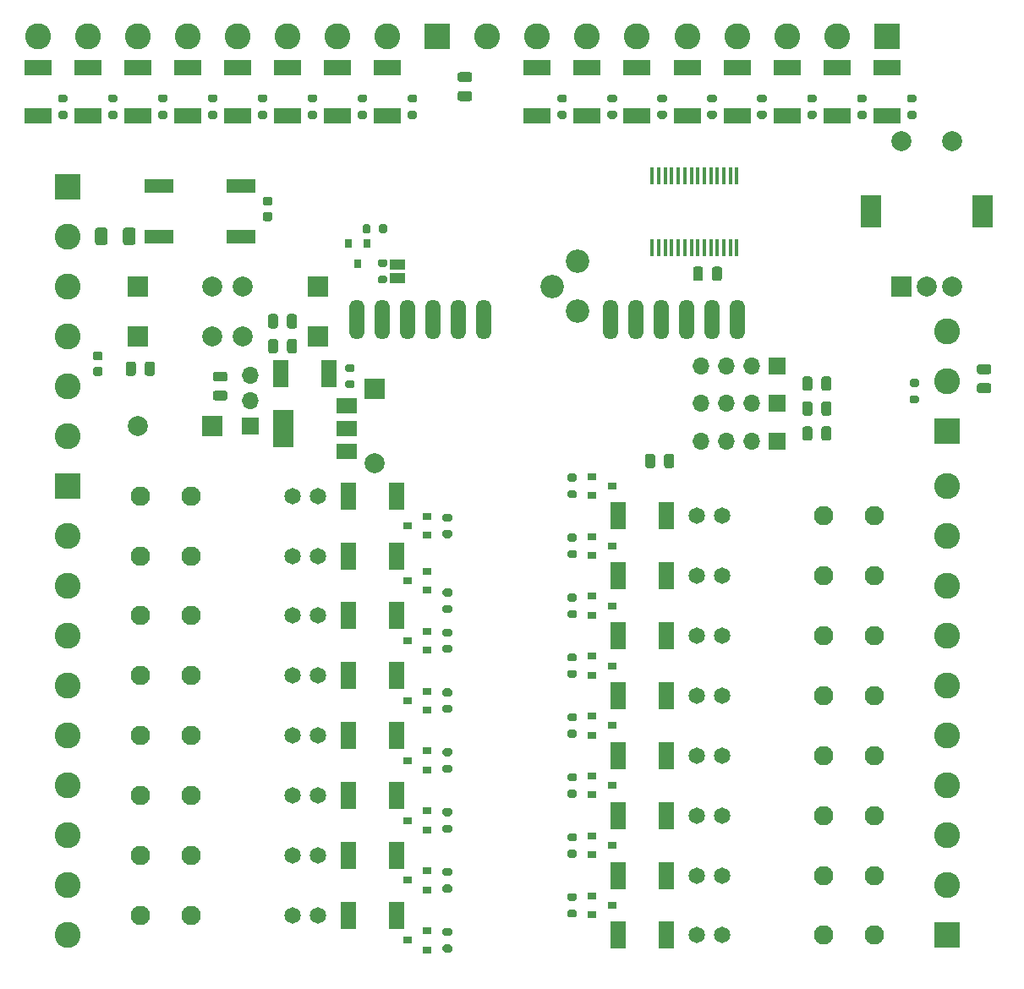
<source format=gbr>
%TF.GenerationSoftware,KiCad,Pcbnew,(5.1.10)-1*%
%TF.CreationDate,2021-06-11T23:30:18+03:00*%
%TF.ProjectId,chiller board,6368696c-6c65-4722-9062-6f6172642e6b,rev?*%
%TF.SameCoordinates,Original*%
%TF.FileFunction,Soldermask,Top*%
%TF.FilePolarity,Negative*%
%FSLAX46Y46*%
G04 Gerber Fmt 4.6, Leading zero omitted, Abs format (unit mm)*
G04 Created by KiCad (PCBNEW (5.1.10)-1) date 2021-06-11 23:30:18*
%MOMM*%
%LPD*%
G01*
G04 APERTURE LIST*
%ADD10R,0.450000X1.750000*%
%ADD11O,1.700000X1.700000*%
%ADD12R,1.700000X1.700000*%
%ADD13C,1.650000*%
%ADD14C,1.950000*%
%ADD15R,2.000000X2.000000*%
%ADD16C,2.000000*%
%ADD17R,2.000000X3.200000*%
%ADD18O,1.501140X4.000500*%
%ADD19R,2.850000X1.350000*%
%ADD20C,2.600000*%
%ADD21R,2.600000X2.600000*%
%ADD22R,1.500000X2.700000*%
%ADD23R,2.700000X1.500000*%
%ADD24R,2.000000X3.800000*%
%ADD25R,2.000000X1.500000*%
%ADD26C,2.340000*%
%ADD27R,0.900000X0.800000*%
%ADD28R,0.800000X0.900000*%
%ADD29R,1.500000X1.000000*%
G04 APERTURE END LIST*
D10*
%TO.C,U1*%
X136775000Y-54650000D03*
X137425000Y-54650000D03*
X138075000Y-54650000D03*
X138725000Y-54650000D03*
X139375000Y-54650000D03*
X140025000Y-54650000D03*
X140675000Y-54650000D03*
X141325000Y-54650000D03*
X141975000Y-54650000D03*
X142625000Y-54650000D03*
X143275000Y-54650000D03*
X143925000Y-54650000D03*
X144575000Y-54650000D03*
X145225000Y-54650000D03*
X145225000Y-61850000D03*
X144575000Y-61850000D03*
X143925000Y-61850000D03*
X143275000Y-61850000D03*
X142625000Y-61850000D03*
X141975000Y-61850000D03*
X141325000Y-61850000D03*
X140675000Y-61850000D03*
X140025000Y-61850000D03*
X139375000Y-61850000D03*
X138725000Y-61850000D03*
X138075000Y-61850000D03*
X137425000Y-61850000D03*
X136775000Y-61850000D03*
%TD*%
D11*
%TO.C,J2*%
X96500000Y-74670000D03*
X96500000Y-77210000D03*
D12*
X96500000Y-79750000D03*
%TD*%
D13*
%TO.C,K1*%
X103250000Y-86750000D03*
X100710000Y-86750000D03*
D14*
X90550000Y-86750000D03*
X85470000Y-86750000D03*
%TD*%
D15*
%TO.C,SW1*%
X161750000Y-65750000D03*
D16*
X164250000Y-65750000D03*
X166750000Y-65750000D03*
D17*
X158650000Y-58250000D03*
X169850000Y-58250000D03*
D16*
X161750000Y-51250000D03*
X166750000Y-51250000D03*
%TD*%
D18*
%TO.C,J1*%
X145251060Y-69050300D03*
X142711060Y-69050300D03*
X140171060Y-69050300D03*
X137631060Y-69050300D03*
X135091060Y-69050300D03*
X132551060Y-69050300D03*
X119851060Y-69050300D03*
X117311060Y-69050300D03*
X114771060Y-69050300D03*
X112231060Y-69050300D03*
X109691060Y-69050300D03*
X107151060Y-69050300D03*
%TD*%
D19*
%TO.C,BR1*%
X95600000Y-55700000D03*
X95600000Y-60800000D03*
X87400000Y-60800000D03*
X87400000Y-55700000D03*
%TD*%
D20*
%TO.C,J13*%
X166250000Y-70250000D03*
X166250000Y-75250000D03*
D21*
X166250000Y-80250000D03*
%TD*%
D20*
%TO.C,J6*%
X78250000Y-80750000D03*
X78250000Y-75750000D03*
X78250000Y-70750000D03*
X78250000Y-65750000D03*
X78250000Y-60750000D03*
D21*
X78250000Y-55750000D03*
%TD*%
D20*
%TO.C,J5*%
X120250000Y-40750000D03*
X125250000Y-40750000D03*
X130250000Y-40750000D03*
X135250000Y-40750000D03*
X140250000Y-40750000D03*
X145250000Y-40750000D03*
X150250000Y-40750000D03*
X155250000Y-40750000D03*
D21*
X160250000Y-40750000D03*
%TD*%
D20*
%TO.C,J3*%
X75250000Y-40750000D03*
X80250000Y-40750000D03*
X85250000Y-40750000D03*
X90250000Y-40750000D03*
X95250000Y-40750000D03*
X100250000Y-40750000D03*
X105250000Y-40750000D03*
X110250000Y-40750000D03*
D21*
X115250000Y-40750000D03*
%TD*%
%TO.C,R49*%
G36*
G01*
X163275000Y-75825000D02*
X162725000Y-75825000D01*
G75*
G02*
X162525000Y-75625000I0J200000D01*
G01*
X162525000Y-75225000D01*
G75*
G02*
X162725000Y-75025000I200000J0D01*
G01*
X163275000Y-75025000D01*
G75*
G02*
X163475000Y-75225000I0J-200000D01*
G01*
X163475000Y-75625000D01*
G75*
G02*
X163275000Y-75825000I-200000J0D01*
G01*
G37*
G36*
G01*
X163275000Y-77475000D02*
X162725000Y-77475000D01*
G75*
G02*
X162525000Y-77275000I0J200000D01*
G01*
X162525000Y-76875000D01*
G75*
G02*
X162725000Y-76675000I200000J0D01*
G01*
X163275000Y-76675000D01*
G75*
G02*
X163475000Y-76875000I0J-200000D01*
G01*
X163475000Y-77275000D01*
G75*
G02*
X163275000Y-77475000I-200000J0D01*
G01*
G37*
%TD*%
%TO.C,R48*%
G36*
G01*
X128475000Y-128175000D02*
X129025000Y-128175000D01*
G75*
G02*
X129225000Y-128375000I0J-200000D01*
G01*
X129225000Y-128775000D01*
G75*
G02*
X129025000Y-128975000I-200000J0D01*
G01*
X128475000Y-128975000D01*
G75*
G02*
X128275000Y-128775000I0J200000D01*
G01*
X128275000Y-128375000D01*
G75*
G02*
X128475000Y-128175000I200000J0D01*
G01*
G37*
G36*
G01*
X128475000Y-126525000D02*
X129025000Y-126525000D01*
G75*
G02*
X129225000Y-126725000I0J-200000D01*
G01*
X129225000Y-127125000D01*
G75*
G02*
X129025000Y-127325000I-200000J0D01*
G01*
X128475000Y-127325000D01*
G75*
G02*
X128275000Y-127125000I0J200000D01*
G01*
X128275000Y-126725000D01*
G75*
G02*
X128475000Y-126525000I200000J0D01*
G01*
G37*
%TD*%
%TO.C,R47*%
G36*
G01*
X128475000Y-122175000D02*
X129025000Y-122175000D01*
G75*
G02*
X129225000Y-122375000I0J-200000D01*
G01*
X129225000Y-122775000D01*
G75*
G02*
X129025000Y-122975000I-200000J0D01*
G01*
X128475000Y-122975000D01*
G75*
G02*
X128275000Y-122775000I0J200000D01*
G01*
X128275000Y-122375000D01*
G75*
G02*
X128475000Y-122175000I200000J0D01*
G01*
G37*
G36*
G01*
X128475000Y-120525000D02*
X129025000Y-120525000D01*
G75*
G02*
X129225000Y-120725000I0J-200000D01*
G01*
X129225000Y-121125000D01*
G75*
G02*
X129025000Y-121325000I-200000J0D01*
G01*
X128475000Y-121325000D01*
G75*
G02*
X128275000Y-121125000I0J200000D01*
G01*
X128275000Y-120725000D01*
G75*
G02*
X128475000Y-120525000I200000J0D01*
G01*
G37*
%TD*%
%TO.C,R46*%
G36*
G01*
X128475000Y-116175000D02*
X129025000Y-116175000D01*
G75*
G02*
X129225000Y-116375000I0J-200000D01*
G01*
X129225000Y-116775000D01*
G75*
G02*
X129025000Y-116975000I-200000J0D01*
G01*
X128475000Y-116975000D01*
G75*
G02*
X128275000Y-116775000I0J200000D01*
G01*
X128275000Y-116375000D01*
G75*
G02*
X128475000Y-116175000I200000J0D01*
G01*
G37*
G36*
G01*
X128475000Y-114525000D02*
X129025000Y-114525000D01*
G75*
G02*
X129225000Y-114725000I0J-200000D01*
G01*
X129225000Y-115125000D01*
G75*
G02*
X129025000Y-115325000I-200000J0D01*
G01*
X128475000Y-115325000D01*
G75*
G02*
X128275000Y-115125000I0J200000D01*
G01*
X128275000Y-114725000D01*
G75*
G02*
X128475000Y-114525000I200000J0D01*
G01*
G37*
%TD*%
%TO.C,R45*%
G36*
G01*
X128475000Y-110175000D02*
X129025000Y-110175000D01*
G75*
G02*
X129225000Y-110375000I0J-200000D01*
G01*
X129225000Y-110775000D01*
G75*
G02*
X129025000Y-110975000I-200000J0D01*
G01*
X128475000Y-110975000D01*
G75*
G02*
X128275000Y-110775000I0J200000D01*
G01*
X128275000Y-110375000D01*
G75*
G02*
X128475000Y-110175000I200000J0D01*
G01*
G37*
G36*
G01*
X128475000Y-108525000D02*
X129025000Y-108525000D01*
G75*
G02*
X129225000Y-108725000I0J-200000D01*
G01*
X129225000Y-109125000D01*
G75*
G02*
X129025000Y-109325000I-200000J0D01*
G01*
X128475000Y-109325000D01*
G75*
G02*
X128275000Y-109125000I0J200000D01*
G01*
X128275000Y-108725000D01*
G75*
G02*
X128475000Y-108525000I200000J0D01*
G01*
G37*
%TD*%
%TO.C,R44*%
G36*
G01*
X128475000Y-104175000D02*
X129025000Y-104175000D01*
G75*
G02*
X129225000Y-104375000I0J-200000D01*
G01*
X129225000Y-104775000D01*
G75*
G02*
X129025000Y-104975000I-200000J0D01*
G01*
X128475000Y-104975000D01*
G75*
G02*
X128275000Y-104775000I0J200000D01*
G01*
X128275000Y-104375000D01*
G75*
G02*
X128475000Y-104175000I200000J0D01*
G01*
G37*
G36*
G01*
X128475000Y-102525000D02*
X129025000Y-102525000D01*
G75*
G02*
X129225000Y-102725000I0J-200000D01*
G01*
X129225000Y-103125000D01*
G75*
G02*
X129025000Y-103325000I-200000J0D01*
G01*
X128475000Y-103325000D01*
G75*
G02*
X128275000Y-103125000I0J200000D01*
G01*
X128275000Y-102725000D01*
G75*
G02*
X128475000Y-102525000I200000J0D01*
G01*
G37*
%TD*%
%TO.C,R43*%
G36*
G01*
X128475000Y-98175000D02*
X129025000Y-98175000D01*
G75*
G02*
X129225000Y-98375000I0J-200000D01*
G01*
X129225000Y-98775000D01*
G75*
G02*
X129025000Y-98975000I-200000J0D01*
G01*
X128475000Y-98975000D01*
G75*
G02*
X128275000Y-98775000I0J200000D01*
G01*
X128275000Y-98375000D01*
G75*
G02*
X128475000Y-98175000I200000J0D01*
G01*
G37*
G36*
G01*
X128475000Y-96525000D02*
X129025000Y-96525000D01*
G75*
G02*
X129225000Y-96725000I0J-200000D01*
G01*
X129225000Y-97125000D01*
G75*
G02*
X129025000Y-97325000I-200000J0D01*
G01*
X128475000Y-97325000D01*
G75*
G02*
X128275000Y-97125000I0J200000D01*
G01*
X128275000Y-96725000D01*
G75*
G02*
X128475000Y-96525000I200000J0D01*
G01*
G37*
%TD*%
%TO.C,R42*%
G36*
G01*
X128475000Y-92175000D02*
X129025000Y-92175000D01*
G75*
G02*
X129225000Y-92375000I0J-200000D01*
G01*
X129225000Y-92775000D01*
G75*
G02*
X129025000Y-92975000I-200000J0D01*
G01*
X128475000Y-92975000D01*
G75*
G02*
X128275000Y-92775000I0J200000D01*
G01*
X128275000Y-92375000D01*
G75*
G02*
X128475000Y-92175000I200000J0D01*
G01*
G37*
G36*
G01*
X128475000Y-90525000D02*
X129025000Y-90525000D01*
G75*
G02*
X129225000Y-90725000I0J-200000D01*
G01*
X129225000Y-91125000D01*
G75*
G02*
X129025000Y-91325000I-200000J0D01*
G01*
X128475000Y-91325000D01*
G75*
G02*
X128275000Y-91125000I0J200000D01*
G01*
X128275000Y-90725000D01*
G75*
G02*
X128475000Y-90525000I200000J0D01*
G01*
G37*
%TD*%
%TO.C,R41*%
G36*
G01*
X128475000Y-86175000D02*
X129025000Y-86175000D01*
G75*
G02*
X129225000Y-86375000I0J-200000D01*
G01*
X129225000Y-86775000D01*
G75*
G02*
X129025000Y-86975000I-200000J0D01*
G01*
X128475000Y-86975000D01*
G75*
G02*
X128275000Y-86775000I0J200000D01*
G01*
X128275000Y-86375000D01*
G75*
G02*
X128475000Y-86175000I200000J0D01*
G01*
G37*
G36*
G01*
X128475000Y-84525000D02*
X129025000Y-84525000D01*
G75*
G02*
X129225000Y-84725000I0J-200000D01*
G01*
X129225000Y-85125000D01*
G75*
G02*
X129025000Y-85325000I-200000J0D01*
G01*
X128475000Y-85325000D01*
G75*
G02*
X128275000Y-85125000I0J200000D01*
G01*
X128275000Y-84725000D01*
G75*
G02*
X128475000Y-84525000I200000J0D01*
G01*
G37*
%TD*%
%TO.C,R40*%
G36*
G01*
X116525000Y-130825000D02*
X115975000Y-130825000D01*
G75*
G02*
X115775000Y-130625000I0J200000D01*
G01*
X115775000Y-130225000D01*
G75*
G02*
X115975000Y-130025000I200000J0D01*
G01*
X116525000Y-130025000D01*
G75*
G02*
X116725000Y-130225000I0J-200000D01*
G01*
X116725000Y-130625000D01*
G75*
G02*
X116525000Y-130825000I-200000J0D01*
G01*
G37*
G36*
G01*
X116525000Y-132475000D02*
X115975000Y-132475000D01*
G75*
G02*
X115775000Y-132275000I0J200000D01*
G01*
X115775000Y-131875000D01*
G75*
G02*
X115975000Y-131675000I200000J0D01*
G01*
X116525000Y-131675000D01*
G75*
G02*
X116725000Y-131875000I0J-200000D01*
G01*
X116725000Y-132275000D01*
G75*
G02*
X116525000Y-132475000I-200000J0D01*
G01*
G37*
%TD*%
%TO.C,R39*%
G36*
G01*
X116525000Y-124825000D02*
X115975000Y-124825000D01*
G75*
G02*
X115775000Y-124625000I0J200000D01*
G01*
X115775000Y-124225000D01*
G75*
G02*
X115975000Y-124025000I200000J0D01*
G01*
X116525000Y-124025000D01*
G75*
G02*
X116725000Y-124225000I0J-200000D01*
G01*
X116725000Y-124625000D01*
G75*
G02*
X116525000Y-124825000I-200000J0D01*
G01*
G37*
G36*
G01*
X116525000Y-126475000D02*
X115975000Y-126475000D01*
G75*
G02*
X115775000Y-126275000I0J200000D01*
G01*
X115775000Y-125875000D01*
G75*
G02*
X115975000Y-125675000I200000J0D01*
G01*
X116525000Y-125675000D01*
G75*
G02*
X116725000Y-125875000I0J-200000D01*
G01*
X116725000Y-126275000D01*
G75*
G02*
X116525000Y-126475000I-200000J0D01*
G01*
G37*
%TD*%
%TO.C,R38*%
G36*
G01*
X116525000Y-118825000D02*
X115975000Y-118825000D01*
G75*
G02*
X115775000Y-118625000I0J200000D01*
G01*
X115775000Y-118225000D01*
G75*
G02*
X115975000Y-118025000I200000J0D01*
G01*
X116525000Y-118025000D01*
G75*
G02*
X116725000Y-118225000I0J-200000D01*
G01*
X116725000Y-118625000D01*
G75*
G02*
X116525000Y-118825000I-200000J0D01*
G01*
G37*
G36*
G01*
X116525000Y-120475000D02*
X115975000Y-120475000D01*
G75*
G02*
X115775000Y-120275000I0J200000D01*
G01*
X115775000Y-119875000D01*
G75*
G02*
X115975000Y-119675000I200000J0D01*
G01*
X116525000Y-119675000D01*
G75*
G02*
X116725000Y-119875000I0J-200000D01*
G01*
X116725000Y-120275000D01*
G75*
G02*
X116525000Y-120475000I-200000J0D01*
G01*
G37*
%TD*%
%TO.C,R37*%
G36*
G01*
X116525000Y-112825000D02*
X115975000Y-112825000D01*
G75*
G02*
X115775000Y-112625000I0J200000D01*
G01*
X115775000Y-112225000D01*
G75*
G02*
X115975000Y-112025000I200000J0D01*
G01*
X116525000Y-112025000D01*
G75*
G02*
X116725000Y-112225000I0J-200000D01*
G01*
X116725000Y-112625000D01*
G75*
G02*
X116525000Y-112825000I-200000J0D01*
G01*
G37*
G36*
G01*
X116525000Y-114475000D02*
X115975000Y-114475000D01*
G75*
G02*
X115775000Y-114275000I0J200000D01*
G01*
X115775000Y-113875000D01*
G75*
G02*
X115975000Y-113675000I200000J0D01*
G01*
X116525000Y-113675000D01*
G75*
G02*
X116725000Y-113875000I0J-200000D01*
G01*
X116725000Y-114275000D01*
G75*
G02*
X116525000Y-114475000I-200000J0D01*
G01*
G37*
%TD*%
%TO.C,R36*%
G36*
G01*
X116525000Y-106825000D02*
X115975000Y-106825000D01*
G75*
G02*
X115775000Y-106625000I0J200000D01*
G01*
X115775000Y-106225000D01*
G75*
G02*
X115975000Y-106025000I200000J0D01*
G01*
X116525000Y-106025000D01*
G75*
G02*
X116725000Y-106225000I0J-200000D01*
G01*
X116725000Y-106625000D01*
G75*
G02*
X116525000Y-106825000I-200000J0D01*
G01*
G37*
G36*
G01*
X116525000Y-108475000D02*
X115975000Y-108475000D01*
G75*
G02*
X115775000Y-108275000I0J200000D01*
G01*
X115775000Y-107875000D01*
G75*
G02*
X115975000Y-107675000I200000J0D01*
G01*
X116525000Y-107675000D01*
G75*
G02*
X116725000Y-107875000I0J-200000D01*
G01*
X116725000Y-108275000D01*
G75*
G02*
X116525000Y-108475000I-200000J0D01*
G01*
G37*
%TD*%
%TO.C,R35*%
G36*
G01*
X116525000Y-100825000D02*
X115975000Y-100825000D01*
G75*
G02*
X115775000Y-100625000I0J200000D01*
G01*
X115775000Y-100225000D01*
G75*
G02*
X115975000Y-100025000I200000J0D01*
G01*
X116525000Y-100025000D01*
G75*
G02*
X116725000Y-100225000I0J-200000D01*
G01*
X116725000Y-100625000D01*
G75*
G02*
X116525000Y-100825000I-200000J0D01*
G01*
G37*
G36*
G01*
X116525000Y-102475000D02*
X115975000Y-102475000D01*
G75*
G02*
X115775000Y-102275000I0J200000D01*
G01*
X115775000Y-101875000D01*
G75*
G02*
X115975000Y-101675000I200000J0D01*
G01*
X116525000Y-101675000D01*
G75*
G02*
X116725000Y-101875000I0J-200000D01*
G01*
X116725000Y-102275000D01*
G75*
G02*
X116525000Y-102475000I-200000J0D01*
G01*
G37*
%TD*%
%TO.C,R34*%
G36*
G01*
X115975000Y-97675000D02*
X116525000Y-97675000D01*
G75*
G02*
X116725000Y-97875000I0J-200000D01*
G01*
X116725000Y-98275000D01*
G75*
G02*
X116525000Y-98475000I-200000J0D01*
G01*
X115975000Y-98475000D01*
G75*
G02*
X115775000Y-98275000I0J200000D01*
G01*
X115775000Y-97875000D01*
G75*
G02*
X115975000Y-97675000I200000J0D01*
G01*
G37*
G36*
G01*
X115975000Y-96025000D02*
X116525000Y-96025000D01*
G75*
G02*
X116725000Y-96225000I0J-200000D01*
G01*
X116725000Y-96625000D01*
G75*
G02*
X116525000Y-96825000I-200000J0D01*
G01*
X115975000Y-96825000D01*
G75*
G02*
X115775000Y-96625000I0J200000D01*
G01*
X115775000Y-96225000D01*
G75*
G02*
X115975000Y-96025000I200000J0D01*
G01*
G37*
%TD*%
%TO.C,R33*%
G36*
G01*
X116525000Y-89325000D02*
X115975000Y-89325000D01*
G75*
G02*
X115775000Y-89125000I0J200000D01*
G01*
X115775000Y-88725000D01*
G75*
G02*
X115975000Y-88525000I200000J0D01*
G01*
X116525000Y-88525000D01*
G75*
G02*
X116725000Y-88725000I0J-200000D01*
G01*
X116725000Y-89125000D01*
G75*
G02*
X116525000Y-89325000I-200000J0D01*
G01*
G37*
G36*
G01*
X116525000Y-90975000D02*
X115975000Y-90975000D01*
G75*
G02*
X115775000Y-90775000I0J200000D01*
G01*
X115775000Y-90375000D01*
G75*
G02*
X115975000Y-90175000I200000J0D01*
G01*
X116525000Y-90175000D01*
G75*
G02*
X116725000Y-90375000I0J-200000D01*
G01*
X116725000Y-90775000D01*
G75*
G02*
X116525000Y-90975000I-200000J0D01*
G01*
G37*
%TD*%
%TO.C,R32*%
G36*
G01*
X106225000Y-75175000D02*
X106775000Y-75175000D01*
G75*
G02*
X106975000Y-75375000I0J-200000D01*
G01*
X106975000Y-75775000D01*
G75*
G02*
X106775000Y-75975000I-200000J0D01*
G01*
X106225000Y-75975000D01*
G75*
G02*
X106025000Y-75775000I0J200000D01*
G01*
X106025000Y-75375000D01*
G75*
G02*
X106225000Y-75175000I200000J0D01*
G01*
G37*
G36*
G01*
X106225000Y-73525000D02*
X106775000Y-73525000D01*
G75*
G02*
X106975000Y-73725000I0J-200000D01*
G01*
X106975000Y-74125000D01*
G75*
G02*
X106775000Y-74325000I-200000J0D01*
G01*
X106225000Y-74325000D01*
G75*
G02*
X106025000Y-74125000I0J200000D01*
G01*
X106025000Y-73725000D01*
G75*
G02*
X106225000Y-73525000I200000J0D01*
G01*
G37*
%TD*%
%TO.C,R20*%
G36*
G01*
X127475000Y-48175000D02*
X128025000Y-48175000D01*
G75*
G02*
X128225000Y-48375000I0J-200000D01*
G01*
X128225000Y-48775000D01*
G75*
G02*
X128025000Y-48975000I-200000J0D01*
G01*
X127475000Y-48975000D01*
G75*
G02*
X127275000Y-48775000I0J200000D01*
G01*
X127275000Y-48375000D01*
G75*
G02*
X127475000Y-48175000I200000J0D01*
G01*
G37*
G36*
G01*
X127475000Y-46525000D02*
X128025000Y-46525000D01*
G75*
G02*
X128225000Y-46725000I0J-200000D01*
G01*
X128225000Y-47125000D01*
G75*
G02*
X128025000Y-47325000I-200000J0D01*
G01*
X127475000Y-47325000D01*
G75*
G02*
X127275000Y-47125000I0J200000D01*
G01*
X127275000Y-46725000D01*
G75*
G02*
X127475000Y-46525000I200000J0D01*
G01*
G37*
%TD*%
%TO.C,R19*%
G36*
G01*
X132475000Y-48175000D02*
X133025000Y-48175000D01*
G75*
G02*
X133225000Y-48375000I0J-200000D01*
G01*
X133225000Y-48775000D01*
G75*
G02*
X133025000Y-48975000I-200000J0D01*
G01*
X132475000Y-48975000D01*
G75*
G02*
X132275000Y-48775000I0J200000D01*
G01*
X132275000Y-48375000D01*
G75*
G02*
X132475000Y-48175000I200000J0D01*
G01*
G37*
G36*
G01*
X132475000Y-46525000D02*
X133025000Y-46525000D01*
G75*
G02*
X133225000Y-46725000I0J-200000D01*
G01*
X133225000Y-47125000D01*
G75*
G02*
X133025000Y-47325000I-200000J0D01*
G01*
X132475000Y-47325000D01*
G75*
G02*
X132275000Y-47125000I0J200000D01*
G01*
X132275000Y-46725000D01*
G75*
G02*
X132475000Y-46525000I200000J0D01*
G01*
G37*
%TD*%
%TO.C,R18*%
G36*
G01*
X137475000Y-48175000D02*
X138025000Y-48175000D01*
G75*
G02*
X138225000Y-48375000I0J-200000D01*
G01*
X138225000Y-48775000D01*
G75*
G02*
X138025000Y-48975000I-200000J0D01*
G01*
X137475000Y-48975000D01*
G75*
G02*
X137275000Y-48775000I0J200000D01*
G01*
X137275000Y-48375000D01*
G75*
G02*
X137475000Y-48175000I200000J0D01*
G01*
G37*
G36*
G01*
X137475000Y-46525000D02*
X138025000Y-46525000D01*
G75*
G02*
X138225000Y-46725000I0J-200000D01*
G01*
X138225000Y-47125000D01*
G75*
G02*
X138025000Y-47325000I-200000J0D01*
G01*
X137475000Y-47325000D01*
G75*
G02*
X137275000Y-47125000I0J200000D01*
G01*
X137275000Y-46725000D01*
G75*
G02*
X137475000Y-46525000I200000J0D01*
G01*
G37*
%TD*%
%TO.C,R17*%
G36*
G01*
X142475000Y-48175000D02*
X143025000Y-48175000D01*
G75*
G02*
X143225000Y-48375000I0J-200000D01*
G01*
X143225000Y-48775000D01*
G75*
G02*
X143025000Y-48975000I-200000J0D01*
G01*
X142475000Y-48975000D01*
G75*
G02*
X142275000Y-48775000I0J200000D01*
G01*
X142275000Y-48375000D01*
G75*
G02*
X142475000Y-48175000I200000J0D01*
G01*
G37*
G36*
G01*
X142475000Y-46525000D02*
X143025000Y-46525000D01*
G75*
G02*
X143225000Y-46725000I0J-200000D01*
G01*
X143225000Y-47125000D01*
G75*
G02*
X143025000Y-47325000I-200000J0D01*
G01*
X142475000Y-47325000D01*
G75*
G02*
X142275000Y-47125000I0J200000D01*
G01*
X142275000Y-46725000D01*
G75*
G02*
X142475000Y-46525000I200000J0D01*
G01*
G37*
%TD*%
%TO.C,R16*%
G36*
G01*
X147475000Y-48175000D02*
X148025000Y-48175000D01*
G75*
G02*
X148225000Y-48375000I0J-200000D01*
G01*
X148225000Y-48775000D01*
G75*
G02*
X148025000Y-48975000I-200000J0D01*
G01*
X147475000Y-48975000D01*
G75*
G02*
X147275000Y-48775000I0J200000D01*
G01*
X147275000Y-48375000D01*
G75*
G02*
X147475000Y-48175000I200000J0D01*
G01*
G37*
G36*
G01*
X147475000Y-46525000D02*
X148025000Y-46525000D01*
G75*
G02*
X148225000Y-46725000I0J-200000D01*
G01*
X148225000Y-47125000D01*
G75*
G02*
X148025000Y-47325000I-200000J0D01*
G01*
X147475000Y-47325000D01*
G75*
G02*
X147275000Y-47125000I0J200000D01*
G01*
X147275000Y-46725000D01*
G75*
G02*
X147475000Y-46525000I200000J0D01*
G01*
G37*
%TD*%
%TO.C,R15*%
G36*
G01*
X152475000Y-48175000D02*
X153025000Y-48175000D01*
G75*
G02*
X153225000Y-48375000I0J-200000D01*
G01*
X153225000Y-48775000D01*
G75*
G02*
X153025000Y-48975000I-200000J0D01*
G01*
X152475000Y-48975000D01*
G75*
G02*
X152275000Y-48775000I0J200000D01*
G01*
X152275000Y-48375000D01*
G75*
G02*
X152475000Y-48175000I200000J0D01*
G01*
G37*
G36*
G01*
X152475000Y-46525000D02*
X153025000Y-46525000D01*
G75*
G02*
X153225000Y-46725000I0J-200000D01*
G01*
X153225000Y-47125000D01*
G75*
G02*
X153025000Y-47325000I-200000J0D01*
G01*
X152475000Y-47325000D01*
G75*
G02*
X152275000Y-47125000I0J200000D01*
G01*
X152275000Y-46725000D01*
G75*
G02*
X152475000Y-46525000I200000J0D01*
G01*
G37*
%TD*%
%TO.C,R14*%
G36*
G01*
X157475000Y-48175000D02*
X158025000Y-48175000D01*
G75*
G02*
X158225000Y-48375000I0J-200000D01*
G01*
X158225000Y-48775000D01*
G75*
G02*
X158025000Y-48975000I-200000J0D01*
G01*
X157475000Y-48975000D01*
G75*
G02*
X157275000Y-48775000I0J200000D01*
G01*
X157275000Y-48375000D01*
G75*
G02*
X157475000Y-48175000I200000J0D01*
G01*
G37*
G36*
G01*
X157475000Y-46525000D02*
X158025000Y-46525000D01*
G75*
G02*
X158225000Y-46725000I0J-200000D01*
G01*
X158225000Y-47125000D01*
G75*
G02*
X158025000Y-47325000I-200000J0D01*
G01*
X157475000Y-47325000D01*
G75*
G02*
X157275000Y-47125000I0J200000D01*
G01*
X157275000Y-46725000D01*
G75*
G02*
X157475000Y-46525000I200000J0D01*
G01*
G37*
%TD*%
%TO.C,R13*%
G36*
G01*
X162475000Y-48175000D02*
X163025000Y-48175000D01*
G75*
G02*
X163225000Y-48375000I0J-200000D01*
G01*
X163225000Y-48775000D01*
G75*
G02*
X163025000Y-48975000I-200000J0D01*
G01*
X162475000Y-48975000D01*
G75*
G02*
X162275000Y-48775000I0J200000D01*
G01*
X162275000Y-48375000D01*
G75*
G02*
X162475000Y-48175000I200000J0D01*
G01*
G37*
G36*
G01*
X162475000Y-46525000D02*
X163025000Y-46525000D01*
G75*
G02*
X163225000Y-46725000I0J-200000D01*
G01*
X163225000Y-47125000D01*
G75*
G02*
X163025000Y-47325000I-200000J0D01*
G01*
X162475000Y-47325000D01*
G75*
G02*
X162275000Y-47125000I0J200000D01*
G01*
X162275000Y-46725000D01*
G75*
G02*
X162475000Y-46525000I200000J0D01*
G01*
G37*
%TD*%
%TO.C,R12*%
G36*
G01*
X77475000Y-48175000D02*
X78025000Y-48175000D01*
G75*
G02*
X78225000Y-48375000I0J-200000D01*
G01*
X78225000Y-48775000D01*
G75*
G02*
X78025000Y-48975000I-200000J0D01*
G01*
X77475000Y-48975000D01*
G75*
G02*
X77275000Y-48775000I0J200000D01*
G01*
X77275000Y-48375000D01*
G75*
G02*
X77475000Y-48175000I200000J0D01*
G01*
G37*
G36*
G01*
X77475000Y-46525000D02*
X78025000Y-46525000D01*
G75*
G02*
X78225000Y-46725000I0J-200000D01*
G01*
X78225000Y-47125000D01*
G75*
G02*
X78025000Y-47325000I-200000J0D01*
G01*
X77475000Y-47325000D01*
G75*
G02*
X77275000Y-47125000I0J200000D01*
G01*
X77275000Y-46725000D01*
G75*
G02*
X77475000Y-46525000I200000J0D01*
G01*
G37*
%TD*%
%TO.C,R11*%
G36*
G01*
X82475000Y-48175000D02*
X83025000Y-48175000D01*
G75*
G02*
X83225000Y-48375000I0J-200000D01*
G01*
X83225000Y-48775000D01*
G75*
G02*
X83025000Y-48975000I-200000J0D01*
G01*
X82475000Y-48975000D01*
G75*
G02*
X82275000Y-48775000I0J200000D01*
G01*
X82275000Y-48375000D01*
G75*
G02*
X82475000Y-48175000I200000J0D01*
G01*
G37*
G36*
G01*
X82475000Y-46525000D02*
X83025000Y-46525000D01*
G75*
G02*
X83225000Y-46725000I0J-200000D01*
G01*
X83225000Y-47125000D01*
G75*
G02*
X83025000Y-47325000I-200000J0D01*
G01*
X82475000Y-47325000D01*
G75*
G02*
X82275000Y-47125000I0J200000D01*
G01*
X82275000Y-46725000D01*
G75*
G02*
X82475000Y-46525000I200000J0D01*
G01*
G37*
%TD*%
%TO.C,R10*%
G36*
G01*
X87475000Y-48175000D02*
X88025000Y-48175000D01*
G75*
G02*
X88225000Y-48375000I0J-200000D01*
G01*
X88225000Y-48775000D01*
G75*
G02*
X88025000Y-48975000I-200000J0D01*
G01*
X87475000Y-48975000D01*
G75*
G02*
X87275000Y-48775000I0J200000D01*
G01*
X87275000Y-48375000D01*
G75*
G02*
X87475000Y-48175000I200000J0D01*
G01*
G37*
G36*
G01*
X87475000Y-46525000D02*
X88025000Y-46525000D01*
G75*
G02*
X88225000Y-46725000I0J-200000D01*
G01*
X88225000Y-47125000D01*
G75*
G02*
X88025000Y-47325000I-200000J0D01*
G01*
X87475000Y-47325000D01*
G75*
G02*
X87275000Y-47125000I0J200000D01*
G01*
X87275000Y-46725000D01*
G75*
G02*
X87475000Y-46525000I200000J0D01*
G01*
G37*
%TD*%
%TO.C,R9*%
G36*
G01*
X92475000Y-48175000D02*
X93025000Y-48175000D01*
G75*
G02*
X93225000Y-48375000I0J-200000D01*
G01*
X93225000Y-48775000D01*
G75*
G02*
X93025000Y-48975000I-200000J0D01*
G01*
X92475000Y-48975000D01*
G75*
G02*
X92275000Y-48775000I0J200000D01*
G01*
X92275000Y-48375000D01*
G75*
G02*
X92475000Y-48175000I200000J0D01*
G01*
G37*
G36*
G01*
X92475000Y-46525000D02*
X93025000Y-46525000D01*
G75*
G02*
X93225000Y-46725000I0J-200000D01*
G01*
X93225000Y-47125000D01*
G75*
G02*
X93025000Y-47325000I-200000J0D01*
G01*
X92475000Y-47325000D01*
G75*
G02*
X92275000Y-47125000I0J200000D01*
G01*
X92275000Y-46725000D01*
G75*
G02*
X92475000Y-46525000I200000J0D01*
G01*
G37*
%TD*%
%TO.C,R8*%
G36*
G01*
X97475000Y-48175000D02*
X98025000Y-48175000D01*
G75*
G02*
X98225000Y-48375000I0J-200000D01*
G01*
X98225000Y-48775000D01*
G75*
G02*
X98025000Y-48975000I-200000J0D01*
G01*
X97475000Y-48975000D01*
G75*
G02*
X97275000Y-48775000I0J200000D01*
G01*
X97275000Y-48375000D01*
G75*
G02*
X97475000Y-48175000I200000J0D01*
G01*
G37*
G36*
G01*
X97475000Y-46525000D02*
X98025000Y-46525000D01*
G75*
G02*
X98225000Y-46725000I0J-200000D01*
G01*
X98225000Y-47125000D01*
G75*
G02*
X98025000Y-47325000I-200000J0D01*
G01*
X97475000Y-47325000D01*
G75*
G02*
X97275000Y-47125000I0J200000D01*
G01*
X97275000Y-46725000D01*
G75*
G02*
X97475000Y-46525000I200000J0D01*
G01*
G37*
%TD*%
%TO.C,R7*%
G36*
G01*
X102475000Y-48175000D02*
X103025000Y-48175000D01*
G75*
G02*
X103225000Y-48375000I0J-200000D01*
G01*
X103225000Y-48775000D01*
G75*
G02*
X103025000Y-48975000I-200000J0D01*
G01*
X102475000Y-48975000D01*
G75*
G02*
X102275000Y-48775000I0J200000D01*
G01*
X102275000Y-48375000D01*
G75*
G02*
X102475000Y-48175000I200000J0D01*
G01*
G37*
G36*
G01*
X102475000Y-46525000D02*
X103025000Y-46525000D01*
G75*
G02*
X103225000Y-46725000I0J-200000D01*
G01*
X103225000Y-47125000D01*
G75*
G02*
X103025000Y-47325000I-200000J0D01*
G01*
X102475000Y-47325000D01*
G75*
G02*
X102275000Y-47125000I0J200000D01*
G01*
X102275000Y-46725000D01*
G75*
G02*
X102475000Y-46525000I200000J0D01*
G01*
G37*
%TD*%
%TO.C,R6*%
G36*
G01*
X107475000Y-48175000D02*
X108025000Y-48175000D01*
G75*
G02*
X108225000Y-48375000I0J-200000D01*
G01*
X108225000Y-48775000D01*
G75*
G02*
X108025000Y-48975000I-200000J0D01*
G01*
X107475000Y-48975000D01*
G75*
G02*
X107275000Y-48775000I0J200000D01*
G01*
X107275000Y-48375000D01*
G75*
G02*
X107475000Y-48175000I200000J0D01*
G01*
G37*
G36*
G01*
X107475000Y-46525000D02*
X108025000Y-46525000D01*
G75*
G02*
X108225000Y-46725000I0J-200000D01*
G01*
X108225000Y-47125000D01*
G75*
G02*
X108025000Y-47325000I-200000J0D01*
G01*
X107475000Y-47325000D01*
G75*
G02*
X107275000Y-47125000I0J200000D01*
G01*
X107275000Y-46725000D01*
G75*
G02*
X107475000Y-46525000I200000J0D01*
G01*
G37*
%TD*%
%TO.C,R5*%
G36*
G01*
X112475000Y-48175000D02*
X113025000Y-48175000D01*
G75*
G02*
X113225000Y-48375000I0J-200000D01*
G01*
X113225000Y-48775000D01*
G75*
G02*
X113025000Y-48975000I-200000J0D01*
G01*
X112475000Y-48975000D01*
G75*
G02*
X112275000Y-48775000I0J200000D01*
G01*
X112275000Y-48375000D01*
G75*
G02*
X112475000Y-48175000I200000J0D01*
G01*
G37*
G36*
G01*
X112475000Y-46525000D02*
X113025000Y-46525000D01*
G75*
G02*
X113225000Y-46725000I0J-200000D01*
G01*
X113225000Y-47125000D01*
G75*
G02*
X113025000Y-47325000I-200000J0D01*
G01*
X112475000Y-47325000D01*
G75*
G02*
X112275000Y-47125000I0J200000D01*
G01*
X112275000Y-46725000D01*
G75*
G02*
X112475000Y-46525000I200000J0D01*
G01*
G37*
%TD*%
%TO.C,R4*%
G36*
G01*
X108575000Y-59725000D02*
X108575000Y-60275000D01*
G75*
G02*
X108375000Y-60475000I-200000J0D01*
G01*
X107975000Y-60475000D01*
G75*
G02*
X107775000Y-60275000I0J200000D01*
G01*
X107775000Y-59725000D01*
G75*
G02*
X107975000Y-59525000I200000J0D01*
G01*
X108375000Y-59525000D01*
G75*
G02*
X108575000Y-59725000I0J-200000D01*
G01*
G37*
G36*
G01*
X110225000Y-59725000D02*
X110225000Y-60275000D01*
G75*
G02*
X110025000Y-60475000I-200000J0D01*
G01*
X109625000Y-60475000D01*
G75*
G02*
X109425000Y-60275000I0J200000D01*
G01*
X109425000Y-59725000D01*
G75*
G02*
X109625000Y-59525000I200000J0D01*
G01*
X110025000Y-59525000D01*
G75*
G02*
X110225000Y-59725000I0J-200000D01*
G01*
G37*
%TD*%
%TO.C,R1*%
G36*
G01*
X109475000Y-64675000D02*
X110025000Y-64675000D01*
G75*
G02*
X110225000Y-64875000I0J-200000D01*
G01*
X110225000Y-65275000D01*
G75*
G02*
X110025000Y-65475000I-200000J0D01*
G01*
X109475000Y-65475000D01*
G75*
G02*
X109275000Y-65275000I0J200000D01*
G01*
X109275000Y-64875000D01*
G75*
G02*
X109475000Y-64675000I200000J0D01*
G01*
G37*
G36*
G01*
X109475000Y-63025000D02*
X110025000Y-63025000D01*
G75*
G02*
X110225000Y-63225000I0J-200000D01*
G01*
X110225000Y-63625000D01*
G75*
G02*
X110025000Y-63825000I-200000J0D01*
G01*
X109475000Y-63825000D01*
G75*
G02*
X109275000Y-63625000I0J200000D01*
G01*
X109275000Y-63225000D01*
G75*
G02*
X109475000Y-63025000I200000J0D01*
G01*
G37*
%TD*%
D22*
%TO.C,D33*%
X138150000Y-130750000D03*
X133350000Y-130750000D03*
%TD*%
%TO.C,D32*%
X138150000Y-124750000D03*
X133350000Y-124750000D03*
%TD*%
%TO.C,D31*%
X138150000Y-118750000D03*
X133350000Y-118750000D03*
%TD*%
%TO.C,D30*%
X138150000Y-112750000D03*
X133350000Y-112750000D03*
%TD*%
%TO.C,D29*%
X138150000Y-106750000D03*
X133350000Y-106750000D03*
%TD*%
%TO.C,D28*%
X138150000Y-100750000D03*
X133350000Y-100750000D03*
%TD*%
%TO.C,D27*%
X138150000Y-94750000D03*
X133350000Y-94750000D03*
%TD*%
%TO.C,D26*%
X138150000Y-88750000D03*
X133350000Y-88750000D03*
%TD*%
%TO.C,D25*%
X106350000Y-128750000D03*
X111150000Y-128750000D03*
%TD*%
%TO.C,D24*%
X106350000Y-122750000D03*
X111150000Y-122750000D03*
%TD*%
%TO.C,D23*%
X106350000Y-116750000D03*
X111150000Y-116750000D03*
%TD*%
%TO.C,D22*%
X106350000Y-110750000D03*
X111150000Y-110750000D03*
%TD*%
%TO.C,D21*%
X106350000Y-104750000D03*
X111150000Y-104750000D03*
%TD*%
%TO.C,D20*%
X106350000Y-98750000D03*
X111150000Y-98750000D03*
%TD*%
%TO.C,D19*%
X106350000Y-92750000D03*
X111150000Y-92750000D03*
%TD*%
%TO.C,D18*%
X106350000Y-86750000D03*
X111150000Y-86750000D03*
%TD*%
%TO.C,D17*%
X104400000Y-74500000D03*
X99600000Y-74500000D03*
%TD*%
D23*
%TO.C,D16*%
X125250000Y-48650000D03*
X125250000Y-43850000D03*
%TD*%
%TO.C,D15*%
X130250000Y-48650000D03*
X130250000Y-43850000D03*
%TD*%
%TO.C,D14*%
X135250000Y-48650000D03*
X135250000Y-43850000D03*
%TD*%
%TO.C,D13*%
X140250000Y-48650000D03*
X140250000Y-43850000D03*
%TD*%
%TO.C,D12*%
X145250000Y-48650000D03*
X145250000Y-43850000D03*
%TD*%
%TO.C,D11*%
X150250000Y-48650000D03*
X150250000Y-43850000D03*
%TD*%
%TO.C,D10*%
X155250000Y-48650000D03*
X155250000Y-43850000D03*
%TD*%
%TO.C,D9*%
X160250000Y-48650000D03*
X160250000Y-43850000D03*
%TD*%
%TO.C,D8*%
X75250000Y-48650000D03*
X75250000Y-43850000D03*
%TD*%
%TO.C,D7*%
X80250000Y-48650000D03*
X80250000Y-43850000D03*
%TD*%
%TO.C,D6*%
X85250000Y-48650000D03*
X85250000Y-43850000D03*
%TD*%
%TO.C,D5*%
X90250000Y-48650000D03*
X90250000Y-43850000D03*
%TD*%
%TO.C,D4*%
X95250000Y-48650000D03*
X95250000Y-43850000D03*
%TD*%
%TO.C,D3*%
X100250000Y-48650000D03*
X100250000Y-43850000D03*
%TD*%
%TO.C,D2*%
X105250000Y-48650000D03*
X105250000Y-43850000D03*
%TD*%
%TO.C,D1*%
X110250000Y-48650000D03*
X110250000Y-43850000D03*
%TD*%
D24*
%TO.C,U4*%
X99850000Y-80000000D03*
D25*
X106150000Y-80000000D03*
X106150000Y-77700000D03*
X106150000Y-82300000D03*
%TD*%
D26*
%TO.C,RV1*%
X129250000Y-68250000D03*
X126750000Y-65750000D03*
X129250000Y-63250000D03*
%TD*%
D27*
%TO.C,Q18*%
X130750000Y-126800000D03*
X130750000Y-128700000D03*
X132750000Y-127750000D03*
%TD*%
%TO.C,Q17*%
X130750000Y-120800000D03*
X130750000Y-122700000D03*
X132750000Y-121750000D03*
%TD*%
%TO.C,Q16*%
X130750000Y-114800000D03*
X130750000Y-116700000D03*
X132750000Y-115750000D03*
%TD*%
%TO.C,Q15*%
X130750000Y-108800000D03*
X130750000Y-110700000D03*
X132750000Y-109750000D03*
%TD*%
%TO.C,Q14*%
X130750000Y-102800000D03*
X130750000Y-104700000D03*
X132750000Y-103750000D03*
%TD*%
%TO.C,Q13*%
X130750000Y-96800000D03*
X130750000Y-98700000D03*
X132750000Y-97750000D03*
%TD*%
%TO.C,Q12*%
X130750000Y-90800000D03*
X130750000Y-92700000D03*
X132750000Y-91750000D03*
%TD*%
%TO.C,Q11*%
X130750000Y-84800000D03*
X130750000Y-86700000D03*
X132750000Y-85750000D03*
%TD*%
%TO.C,Q10*%
X114250000Y-132200000D03*
X114250000Y-130300000D03*
X112250000Y-131250000D03*
%TD*%
%TO.C,Q9*%
X114250000Y-126200000D03*
X114250000Y-124300000D03*
X112250000Y-125250000D03*
%TD*%
%TO.C,Q8*%
X114250000Y-120200000D03*
X114250000Y-118300000D03*
X112250000Y-119250000D03*
%TD*%
%TO.C,Q7*%
X114250000Y-114200000D03*
X114250000Y-112300000D03*
X112250000Y-113250000D03*
%TD*%
%TO.C,Q6*%
X114250000Y-108200000D03*
X114250000Y-106300000D03*
X112250000Y-107250000D03*
%TD*%
%TO.C,Q5*%
X114250000Y-102200000D03*
X114250000Y-100300000D03*
X112250000Y-101250000D03*
%TD*%
%TO.C,Q4*%
X114250000Y-96200000D03*
X114250000Y-94300000D03*
X112250000Y-95250000D03*
%TD*%
%TO.C,Q3*%
X114250000Y-90700000D03*
X114250000Y-88800000D03*
X112250000Y-89750000D03*
%TD*%
D28*
%TO.C,Q2*%
X108200000Y-61500000D03*
X106300000Y-61500000D03*
X107250000Y-63500000D03*
%TD*%
D13*
%TO.C,K16*%
X141250000Y-130750000D03*
X143790000Y-130750000D03*
D14*
X153950000Y-130750000D03*
X159030000Y-130750000D03*
%TD*%
D13*
%TO.C,K15*%
X141250000Y-124750000D03*
X143790000Y-124750000D03*
D14*
X153950000Y-124750000D03*
X159030000Y-124750000D03*
%TD*%
D13*
%TO.C,K14*%
X141250000Y-118750000D03*
X143790000Y-118750000D03*
D14*
X153950000Y-118750000D03*
X159030000Y-118750000D03*
%TD*%
D13*
%TO.C,K13*%
X141250000Y-112750000D03*
X143790000Y-112750000D03*
D14*
X153950000Y-112750000D03*
X159030000Y-112750000D03*
%TD*%
D13*
%TO.C,K12*%
X141250000Y-106750000D03*
X143790000Y-106750000D03*
D14*
X153950000Y-106750000D03*
X159030000Y-106750000D03*
%TD*%
D13*
%TO.C,K11*%
X141250000Y-100750000D03*
X143790000Y-100750000D03*
D14*
X153950000Y-100750000D03*
X159030000Y-100750000D03*
%TD*%
D13*
%TO.C,K10*%
X141250000Y-94750000D03*
X143790000Y-94750000D03*
D14*
X153950000Y-94750000D03*
X159030000Y-94750000D03*
%TD*%
D13*
%TO.C,K9*%
X141250000Y-88750000D03*
X143790000Y-88750000D03*
D14*
X153950000Y-88750000D03*
X159030000Y-88750000D03*
%TD*%
D13*
%TO.C,K8*%
X103250000Y-128750000D03*
X100710000Y-128750000D03*
D14*
X90550000Y-128750000D03*
X85470000Y-128750000D03*
%TD*%
D13*
%TO.C,K7*%
X103250000Y-122750000D03*
X100710000Y-122750000D03*
D14*
X90550000Y-122750000D03*
X85470000Y-122750000D03*
%TD*%
D13*
%TO.C,K6*%
X103250000Y-116750000D03*
X100710000Y-116750000D03*
D14*
X90550000Y-116750000D03*
X85470000Y-116750000D03*
%TD*%
D13*
%TO.C,K5*%
X103250000Y-110750000D03*
X100710000Y-110750000D03*
D14*
X90550000Y-110750000D03*
X85470000Y-110750000D03*
%TD*%
D13*
%TO.C,K4*%
X103250000Y-104750000D03*
X100710000Y-104750000D03*
D14*
X90550000Y-104750000D03*
X85470000Y-104750000D03*
%TD*%
D13*
%TO.C,K3*%
X103250000Y-98750000D03*
X100710000Y-98750000D03*
D14*
X90550000Y-98750000D03*
X85470000Y-98750000D03*
%TD*%
D13*
%TO.C,K2*%
X103250000Y-92750000D03*
X100710000Y-92750000D03*
D14*
X90550000Y-92750000D03*
X85470000Y-92750000D03*
%TD*%
D29*
%TO.C,JP1*%
X111250000Y-63600000D03*
X111250000Y-64900000D03*
%TD*%
D21*
%TO.C,J12*%
X166250000Y-130750000D03*
D20*
X166250000Y-125750000D03*
X166250000Y-120750000D03*
X166250000Y-115750000D03*
X166250000Y-110750000D03*
X166250000Y-105750000D03*
X166250000Y-100750000D03*
X166250000Y-95750000D03*
X166250000Y-90750000D03*
X166250000Y-85750000D03*
%TD*%
D21*
%TO.C,J11*%
X78250000Y-85750000D03*
D20*
X78250000Y-90750000D03*
X78250000Y-95750000D03*
X78250000Y-100750000D03*
X78250000Y-105750000D03*
X78250000Y-110750000D03*
X78250000Y-115750000D03*
X78250000Y-120750000D03*
X78250000Y-125750000D03*
X78250000Y-130750000D03*
%TD*%
D12*
%TO.C,J8*%
X149250000Y-73750000D03*
D11*
X146710000Y-73750000D03*
X144170000Y-73750000D03*
X141630000Y-73750000D03*
%TD*%
D12*
%TO.C,J7*%
X149250000Y-81250000D03*
D11*
X146710000Y-81250000D03*
X144170000Y-81250000D03*
X141630000Y-81250000D03*
%TD*%
D12*
%TO.C,J4*%
X149250000Y-77500000D03*
D11*
X146710000Y-77500000D03*
X144170000Y-77500000D03*
X141630000Y-77500000D03*
%TD*%
%TO.C,F1*%
G36*
G01*
X80975000Y-61375000D02*
X80975000Y-60125000D01*
G75*
G02*
X81225000Y-59875000I250000J0D01*
G01*
X81975000Y-59875000D01*
G75*
G02*
X82225000Y-60125000I0J-250000D01*
G01*
X82225000Y-61375000D01*
G75*
G02*
X81975000Y-61625000I-250000J0D01*
G01*
X81225000Y-61625000D01*
G75*
G02*
X80975000Y-61375000I0J250000D01*
G01*
G37*
G36*
G01*
X83775000Y-61375000D02*
X83775000Y-60125000D01*
G75*
G02*
X84025000Y-59875000I250000J0D01*
G01*
X84775000Y-59875000D01*
G75*
G02*
X85025000Y-60125000I0J-250000D01*
G01*
X85025000Y-61375000D01*
G75*
G02*
X84775000Y-61625000I-250000J0D01*
G01*
X84025000Y-61625000D01*
G75*
G02*
X83775000Y-61375000I0J250000D01*
G01*
G37*
%TD*%
%TO.C,C32*%
G36*
G01*
X170475000Y-76450000D02*
X169525000Y-76450000D01*
G75*
G02*
X169275000Y-76200000I0J250000D01*
G01*
X169275000Y-75700000D01*
G75*
G02*
X169525000Y-75450000I250000J0D01*
G01*
X170475000Y-75450000D01*
G75*
G02*
X170725000Y-75700000I0J-250000D01*
G01*
X170725000Y-76200000D01*
G75*
G02*
X170475000Y-76450000I-250000J0D01*
G01*
G37*
G36*
G01*
X170475000Y-74550000D02*
X169525000Y-74550000D01*
G75*
G02*
X169275000Y-74300000I0J250000D01*
G01*
X169275000Y-73800000D01*
G75*
G02*
X169525000Y-73550000I250000J0D01*
G01*
X170475000Y-73550000D01*
G75*
G02*
X170725000Y-73800000I0J-250000D01*
G01*
X170725000Y-74300000D01*
G75*
G02*
X170475000Y-74550000I-250000J0D01*
G01*
G37*
%TD*%
%TO.C,C30*%
G36*
G01*
X98500000Y-59225000D02*
X98000000Y-59225000D01*
G75*
G02*
X97775000Y-59000000I0J225000D01*
G01*
X97775000Y-58550000D01*
G75*
G02*
X98000000Y-58325000I225000J0D01*
G01*
X98500000Y-58325000D01*
G75*
G02*
X98725000Y-58550000I0J-225000D01*
G01*
X98725000Y-59000000D01*
G75*
G02*
X98500000Y-59225000I-225000J0D01*
G01*
G37*
G36*
G01*
X98500000Y-57675000D02*
X98000000Y-57675000D01*
G75*
G02*
X97775000Y-57450000I0J225000D01*
G01*
X97775000Y-57000000D01*
G75*
G02*
X98000000Y-56775000I225000J0D01*
G01*
X98500000Y-56775000D01*
G75*
G02*
X98725000Y-57000000I0J-225000D01*
G01*
X98725000Y-57450000D01*
G75*
G02*
X98500000Y-57675000I-225000J0D01*
G01*
G37*
%TD*%
%TO.C,C29*%
G36*
G01*
X81000000Y-72275000D02*
X81500000Y-72275000D01*
G75*
G02*
X81725000Y-72500000I0J-225000D01*
G01*
X81725000Y-72950000D01*
G75*
G02*
X81500000Y-73175000I-225000J0D01*
G01*
X81000000Y-73175000D01*
G75*
G02*
X80775000Y-72950000I0J225000D01*
G01*
X80775000Y-72500000D01*
G75*
G02*
X81000000Y-72275000I225000J0D01*
G01*
G37*
G36*
G01*
X81000000Y-73825000D02*
X81500000Y-73825000D01*
G75*
G02*
X81725000Y-74050000I0J-225000D01*
G01*
X81725000Y-74500000D01*
G75*
G02*
X81500000Y-74725000I-225000J0D01*
G01*
X81000000Y-74725000D01*
G75*
G02*
X80775000Y-74500000I0J225000D01*
G01*
X80775000Y-74050000D01*
G75*
G02*
X81000000Y-73825000I225000J0D01*
G01*
G37*
%TD*%
D15*
%TO.C,C28*%
X85250000Y-70750000D03*
D16*
X92750000Y-70750000D03*
%TD*%
D15*
%TO.C,C27*%
X92750000Y-79750000D03*
D16*
X85250000Y-79750000D03*
%TD*%
D15*
%TO.C,C24*%
X103250000Y-65750000D03*
D16*
X95750000Y-65750000D03*
%TD*%
D15*
%TO.C,C21*%
X103250000Y-70750000D03*
D16*
X95750000Y-70750000D03*
%TD*%
%TO.C,C20*%
G36*
G01*
X93025000Y-74300000D02*
X93975000Y-74300000D01*
G75*
G02*
X94225000Y-74550000I0J-250000D01*
G01*
X94225000Y-75050000D01*
G75*
G02*
X93975000Y-75300000I-250000J0D01*
G01*
X93025000Y-75300000D01*
G75*
G02*
X92775000Y-75050000I0J250000D01*
G01*
X92775000Y-74550000D01*
G75*
G02*
X93025000Y-74300000I250000J0D01*
G01*
G37*
G36*
G01*
X93025000Y-76200000D02*
X93975000Y-76200000D01*
G75*
G02*
X94225000Y-76450000I0J-250000D01*
G01*
X94225000Y-76950000D01*
G75*
G02*
X93975000Y-77200000I-250000J0D01*
G01*
X93025000Y-77200000D01*
G75*
G02*
X92775000Y-76950000I0J250000D01*
G01*
X92775000Y-76450000D01*
G75*
G02*
X93025000Y-76200000I250000J0D01*
G01*
G37*
%TD*%
D15*
%TO.C,C19*%
X109000000Y-76000000D03*
D16*
X109000000Y-83500000D03*
%TD*%
D15*
%TO.C,C18*%
X85250000Y-65750000D03*
D16*
X92750000Y-65750000D03*
%TD*%
%TO.C,C17*%
G36*
G01*
X101200000Y-68775000D02*
X101200000Y-69725000D01*
G75*
G02*
X100950000Y-69975000I-250000J0D01*
G01*
X100450000Y-69975000D01*
G75*
G02*
X100200000Y-69725000I0J250000D01*
G01*
X100200000Y-68775000D01*
G75*
G02*
X100450000Y-68525000I250000J0D01*
G01*
X100950000Y-68525000D01*
G75*
G02*
X101200000Y-68775000I0J-250000D01*
G01*
G37*
G36*
G01*
X99300000Y-68775000D02*
X99300000Y-69725000D01*
G75*
G02*
X99050000Y-69975000I-250000J0D01*
G01*
X98550000Y-69975000D01*
G75*
G02*
X98300000Y-69725000I0J250000D01*
G01*
X98300000Y-68775000D01*
G75*
G02*
X98550000Y-68525000I250000J0D01*
G01*
X99050000Y-68525000D01*
G75*
G02*
X99300000Y-68775000I0J-250000D01*
G01*
G37*
%TD*%
%TO.C,C16*%
G36*
G01*
X101200000Y-71275000D02*
X101200000Y-72225000D01*
G75*
G02*
X100950000Y-72475000I-250000J0D01*
G01*
X100450000Y-72475000D01*
G75*
G02*
X100200000Y-72225000I0J250000D01*
G01*
X100200000Y-71275000D01*
G75*
G02*
X100450000Y-71025000I250000J0D01*
G01*
X100950000Y-71025000D01*
G75*
G02*
X101200000Y-71275000I0J-250000D01*
G01*
G37*
G36*
G01*
X99300000Y-71275000D02*
X99300000Y-72225000D01*
G75*
G02*
X99050000Y-72475000I-250000J0D01*
G01*
X98550000Y-72475000D01*
G75*
G02*
X98300000Y-72225000I0J250000D01*
G01*
X98300000Y-71275000D01*
G75*
G02*
X98550000Y-71025000I250000J0D01*
G01*
X99050000Y-71025000D01*
G75*
G02*
X99300000Y-71275000I0J-250000D01*
G01*
G37*
%TD*%
%TO.C,C13*%
G36*
G01*
X86950000Y-73525000D02*
X86950000Y-74475000D01*
G75*
G02*
X86700000Y-74725000I-250000J0D01*
G01*
X86200000Y-74725000D01*
G75*
G02*
X85950000Y-74475000I0J250000D01*
G01*
X85950000Y-73525000D01*
G75*
G02*
X86200000Y-73275000I250000J0D01*
G01*
X86700000Y-73275000D01*
G75*
G02*
X86950000Y-73525000I0J-250000D01*
G01*
G37*
G36*
G01*
X85050000Y-73525000D02*
X85050000Y-74475000D01*
G75*
G02*
X84800000Y-74725000I-250000J0D01*
G01*
X84300000Y-74725000D01*
G75*
G02*
X84050000Y-74475000I0J250000D01*
G01*
X84050000Y-73525000D01*
G75*
G02*
X84300000Y-73275000I250000J0D01*
G01*
X84800000Y-73275000D01*
G75*
G02*
X85050000Y-73525000I0J-250000D01*
G01*
G37*
%TD*%
%TO.C,C9*%
G36*
G01*
X154700000Y-77525000D02*
X154700000Y-78475000D01*
G75*
G02*
X154450000Y-78725000I-250000J0D01*
G01*
X153950000Y-78725000D01*
G75*
G02*
X153700000Y-78475000I0J250000D01*
G01*
X153700000Y-77525000D01*
G75*
G02*
X153950000Y-77275000I250000J0D01*
G01*
X154450000Y-77275000D01*
G75*
G02*
X154700000Y-77525000I0J-250000D01*
G01*
G37*
G36*
G01*
X152800000Y-77525000D02*
X152800000Y-78475000D01*
G75*
G02*
X152550000Y-78725000I-250000J0D01*
G01*
X152050000Y-78725000D01*
G75*
G02*
X151800000Y-78475000I0J250000D01*
G01*
X151800000Y-77525000D01*
G75*
G02*
X152050000Y-77275000I250000J0D01*
G01*
X152550000Y-77275000D01*
G75*
G02*
X152800000Y-77525000I0J-250000D01*
G01*
G37*
%TD*%
%TO.C,C8*%
G36*
G01*
X154700000Y-80025000D02*
X154700000Y-80975000D01*
G75*
G02*
X154450000Y-81225000I-250000J0D01*
G01*
X153950000Y-81225000D01*
G75*
G02*
X153700000Y-80975000I0J250000D01*
G01*
X153700000Y-80025000D01*
G75*
G02*
X153950000Y-79775000I250000J0D01*
G01*
X154450000Y-79775000D01*
G75*
G02*
X154700000Y-80025000I0J-250000D01*
G01*
G37*
G36*
G01*
X152800000Y-80025000D02*
X152800000Y-80975000D01*
G75*
G02*
X152550000Y-81225000I-250000J0D01*
G01*
X152050000Y-81225000D01*
G75*
G02*
X151800000Y-80975000I0J250000D01*
G01*
X151800000Y-80025000D01*
G75*
G02*
X152050000Y-79775000I250000J0D01*
G01*
X152550000Y-79775000D01*
G75*
G02*
X152800000Y-80025000I0J-250000D01*
G01*
G37*
%TD*%
%TO.C,C6*%
G36*
G01*
X154700000Y-75025000D02*
X154700000Y-75975000D01*
G75*
G02*
X154450000Y-76225000I-250000J0D01*
G01*
X153950000Y-76225000D01*
G75*
G02*
X153700000Y-75975000I0J250000D01*
G01*
X153700000Y-75025000D01*
G75*
G02*
X153950000Y-74775000I250000J0D01*
G01*
X154450000Y-74775000D01*
G75*
G02*
X154700000Y-75025000I0J-250000D01*
G01*
G37*
G36*
G01*
X152800000Y-75025000D02*
X152800000Y-75975000D01*
G75*
G02*
X152550000Y-76225000I-250000J0D01*
G01*
X152050000Y-76225000D01*
G75*
G02*
X151800000Y-75975000I0J250000D01*
G01*
X151800000Y-75025000D01*
G75*
G02*
X152050000Y-74775000I250000J0D01*
G01*
X152550000Y-74775000D01*
G75*
G02*
X152800000Y-75025000I0J-250000D01*
G01*
G37*
%TD*%
%TO.C,C4*%
G36*
G01*
X138950000Y-82775000D02*
X138950000Y-83725000D01*
G75*
G02*
X138700000Y-83975000I-250000J0D01*
G01*
X138200000Y-83975000D01*
G75*
G02*
X137950000Y-83725000I0J250000D01*
G01*
X137950000Y-82775000D01*
G75*
G02*
X138200000Y-82525000I250000J0D01*
G01*
X138700000Y-82525000D01*
G75*
G02*
X138950000Y-82775000I0J-250000D01*
G01*
G37*
G36*
G01*
X137050000Y-82775000D02*
X137050000Y-83725000D01*
G75*
G02*
X136800000Y-83975000I-250000J0D01*
G01*
X136300000Y-83975000D01*
G75*
G02*
X136050000Y-83725000I0J250000D01*
G01*
X136050000Y-82775000D01*
G75*
G02*
X136300000Y-82525000I250000J0D01*
G01*
X136800000Y-82525000D01*
G75*
G02*
X137050000Y-82775000I0J-250000D01*
G01*
G37*
%TD*%
%TO.C,C2*%
G36*
G01*
X140850000Y-64975000D02*
X140850000Y-64025000D01*
G75*
G02*
X141100000Y-63775000I250000J0D01*
G01*
X141600000Y-63775000D01*
G75*
G02*
X141850000Y-64025000I0J-250000D01*
G01*
X141850000Y-64975000D01*
G75*
G02*
X141600000Y-65225000I-250000J0D01*
G01*
X141100000Y-65225000D01*
G75*
G02*
X140850000Y-64975000I0J250000D01*
G01*
G37*
G36*
G01*
X142750000Y-64975000D02*
X142750000Y-64025000D01*
G75*
G02*
X143000000Y-63775000I250000J0D01*
G01*
X143500000Y-63775000D01*
G75*
G02*
X143750000Y-64025000I0J-250000D01*
G01*
X143750000Y-64975000D01*
G75*
G02*
X143500000Y-65225000I-250000J0D01*
G01*
X143000000Y-65225000D01*
G75*
G02*
X142750000Y-64975000I0J250000D01*
G01*
G37*
%TD*%
%TO.C,C1*%
G36*
G01*
X118475000Y-47200000D02*
X117525000Y-47200000D01*
G75*
G02*
X117275000Y-46950000I0J250000D01*
G01*
X117275000Y-46450000D01*
G75*
G02*
X117525000Y-46200000I250000J0D01*
G01*
X118475000Y-46200000D01*
G75*
G02*
X118725000Y-46450000I0J-250000D01*
G01*
X118725000Y-46950000D01*
G75*
G02*
X118475000Y-47200000I-250000J0D01*
G01*
G37*
G36*
G01*
X118475000Y-45300000D02*
X117525000Y-45300000D01*
G75*
G02*
X117275000Y-45050000I0J250000D01*
G01*
X117275000Y-44550000D01*
G75*
G02*
X117525000Y-44300000I250000J0D01*
G01*
X118475000Y-44300000D01*
G75*
G02*
X118725000Y-44550000I0J-250000D01*
G01*
X118725000Y-45050000D01*
G75*
G02*
X118475000Y-45300000I-250000J0D01*
G01*
G37*
%TD*%
M02*

</source>
